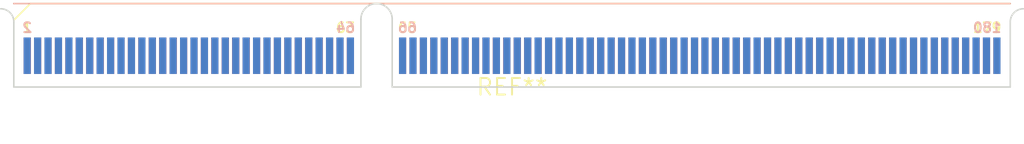
<source format=kicad_pcb>
(kicad_pcb (version 20240108) (generator pcbnew)
  (layers (0 "F.Cu" signal) (31 "B.Cu" signal) (34 "B.Paste" user) (35 "F.Paste" user) (36 "B.SilkS" user "B.Silkscreen") (37 "F.SilkS" user "F.Silkscreen") (38 "B.Mask" user) (39 "F.Mask" user) (44 "Edge.Cuts" user))
  (net 0 "")
  (footprint "Samtec_HSEC8-190-X-X-DV_2x90_P0.8mm_Wing_Edge" (layer "F.Cu") (at 0 0)
    (property "Reference" "REF**")
    (property "Value" "Samtec_HSEC8-190-X-X-DV_2x90_P0.8mm_Wing_Edge")
    (fp_line (start -38.225 -6.4) (end -38.225 -6.4) (layer "B.SilkS") (stroke (width 0.12)))
    (fp_line (start -38.225 -6.4) (end 38.225 -6.4) (layer "B.SilkS") (stroke (width 0.12)))
    (fp_line (start -38.225 -5.13) (end -36.955 -6.4) (layer "F.SilkS") (stroke (width 0.12)))
    (fp_line (start -36.955 -6.4) (end 38.225 -6.4) (layer "F.SilkS") (stroke (width 0.12)))
    (fp_line (start -38.225 -5) (end -38.225 0) (layer "Edge.Cuts") (stroke (width 0.12)))
    (fp_line (start -38.225 0) (end -11.595 0) (layer "Edge.Cuts") (stroke (width 0.12)))
    (fp_line (start -11.595 0) (end -11.595 -5.2) (layer "Edge.Cuts") (stroke (width 0.12)))
    (fp_line (start -9.195 -5.2) (end -9.195 0) (layer "Edge.Cuts") (stroke (width 0.12)))
    (fp_line (start -9.195 0) (end 38.225 0) (layer "Edge.Cuts") (stroke (width 0.12)))
    (fp_line (start 38.225 0) (end 38.225 -5) (layer "Edge.Cuts") (stroke (width 0.12)))
    (fp_arc (start -39.225 -6) (mid -38.517893 -5.707107) (end -38.225 -5) (layer "Edge.Cuts") (stroke (width 0.12)))
    (fp_arc (start -11.595 -5.2) (mid -10.395 -6.4) (end -9.195 -5.2) (layer "Edge.Cuts") (stroke (width 0.12)))
    (fp_arc (start 38.225 -5) (mid 38.517893 -5.707107) (end 39.225 -6) (layer "Edge.Cuts") (stroke (width 0.12)))
    (fp_text user "64" (at -12.775 -4.55 0) (layer "B.SilkS") (effects (font (size 0.75 0.75)) (justify mirror)))
    (fp_text user "180" (at 36.45 -4.55 0) (layer "B.SilkS") (effects (font (size 0.75 0.75)) (justify mirror)))
    (fp_text user "2" (at -37.2 -4.55 0) (layer "B.SilkS") (effects (font (size 0.75 0.75)) (justify mirror)))
    (fp_text user "66" (at -8.025 -4.55 0) (layer "B.SilkS") (effects (font (size 0.75 0.75)) (justify mirror)))
    (fp_text user "179" (at 36.45 -4.55 0) (layer "F.SilkS") (effects (font (size 0.75 0.75))))
    (fp_text user "1" (at -37.2 -4.55 0) (layer "F.SilkS") (effects (font (size 0.75 0.75))))
    (fp_text user "65" (at -8.025 -4.55 0) (layer "F.SilkS") (effects (font (size 0.75 0.75))))
    (fp_text user "63" (at -12.775 -4.55 0) (layer "F.SilkS") (effects (font (size 0.75 0.75))))
    (pad "1" connect rect (at -37.2 -2.4) (size 0.55 2.8) (layers "F.Cu" "F.Mask"))
    (pad "2" connect rect (at -37.2 -2.4) (size 0.55 2.8) (layers "B.Cu" "B.Mask"))
    (pad "3" connect rect (at -36.4 -2.4) (size 0.55 2.8) (layers "F.Cu" "F.Mask"))
    (pad "4" connect rect (at -36.4 -2.4) (size 0.55 2.8) (layers "B.Cu" "B.Mask"))
    (pad "5" connect rect (at -35.6 -2.4) (size 0.55 2.8) (layers "F.Cu" "F.Mask"))
    (pad "6" connect rect (at -35.6 -2.4) (size 0.55 2.8) (layers "B.Cu" "B.Mask"))
    (pad "7" connect rect (at -34.8 -2.4) (size 0.55 2.8) (layers "F.Cu" "F.Mask"))
    (pad "8" connect rect (at -34.8 -2.4) (size 0.55 2.8) (layers "B.Cu" "B.Mask"))
    (pad "9" connect rect (at -34 -2.4) (size 0.55 2.8) (layers "F.Cu" "F.Mask"))
    (pad "10" connect rect (at -34 -2.4) (size 0.55 2.8) (layers "B.Cu" "B.Mask"))
    (pad "11" connect rect (at -33.2 -2.4) (size 0.55 2.8) (layers "F.Cu" "F.Mask"))
    (pad "12" connect rect (at -33.2 -2.4) (size 0.55 2.8) (layers "B.Cu" "B.Mask"))
    (pad "13" connect rect (at -32.4 -2.4) (size 0.55 2.8) (layers "F.Cu" "F.Mask"))
    (pad "14" connect rect (at -32.4 -2.4) (size 0.55 2.8) (layers "B.Cu" "B.Mask"))
    (pad "15" connect rect (at -31.6 -2.4) (size 0.55 2.8) (layers "F.Cu" "F.Mask"))
    (pad "16" connect rect (at -31.6 -2.4) (size 0.55 2.8) (layers "B.Cu" "B.Mask"))
    (pad "17" connect rect (at -30.8 -2.4) (size 0.55 2.8) (layers "F.Cu" "F.Mask"))
    (pad "18" connect rect (at -30.8 -2.4) (size 0.55 2.8) (layers "B.Cu" "B.Mask"))
    (pad "19" connect rect (at -30 -2.4) (size 0.55 2.8) (layers "F.Cu" "F.Mask"))
    (pad "20" connect rect (at -30 -2.4) (size 0.55 2.8) (layers "B.Cu" "B.Mask"))
    (pad "21" connect rect (at -29.2 -2.4) (size 0.55 2.8) (layers "F.Cu" "F.Mask"))
    (pad "22" connect rect (at -29.2 -2.4) (size 0.55 2.8) (layers "B.Cu" "B.Mask"))
    (pad "23" connect rect (at -28.4 -2.4) (size 0.55 2.8) (layers "F.Cu" "F.Mask"))
    (pad "24" connect rect (at -28.4 -2.4) (size 0.55 2.8) (layers "B.Cu" "B.Mask"))
    (pad "25" connect rect (at -27.6 -2.4) (size 0.55 2.8) (layers "F.Cu" "F.Mask"))
    (pad "26" connect rect (at -27.6 -2.4) (size 0.55 2.8) (layers "B.Cu" "B.Mask"))
    (pad "27" connect rect (at -26.8 -2.4) (size 0.55 2.8) (layers "F.Cu" "F.Mask"))
    (pad "28" connect rect (at -26.8 -2.4) (size 0.55 2.8) (layers "B.Cu" "B.Mask"))
    (pad "29" connect rect (at -26 -2.4) (size 0.55 2.8) (layers "F.Cu" "F.Mask"))
    (pad "30" connect rect (at -26 -2.4) (size 0.55 2.8) (layers "B.Cu" "B.Mask"))
    (pad "31" connect rect (at -25.2 -2.4) (size 0.55 2.8) (layers "F.Cu" "F.Mask"))
    (pad "32" connect rect (at -25.2 -2.4) (size 0.55 2.8) (layers "B.Cu" "B.Mask"))
    (pad "33" connect rect (at -24.4 -2.4) (size 0.55 2.8) (layers "F.Cu" "F.Mask"))
    (pad "34" connect rect (at -24.4 -2.4) (size 0.55 2.8) (layers "B.Cu" "B.Mask"))
    (pad "35" connect rect (at -23.6 -2.4) (size 0.55 2.8) (layers "F.Cu" "F.Mask"))
    (pad "36" connect rect (at -23.6 -2.4) (size 0.55 2.8) (layers "B.Cu" "B.Mask"))
    (pad "37" connect rect (at -22.8 -2.4) (size 0.55 2.8) (layers "F.Cu" "F.Mask"))
    (pad "38" connect rect (at -22.8 -2.4) (size 0.55 2.8) (layers "B.Cu" "B.Mask"))
    (pad "39" connect rect (at -22 -2.4) (size 0.55 2.8) (layers "F.Cu" "F.Mask"))
    (pad "40" connect rect (at -22 -2.4) (size 0.55 2.8) (layers "B.Cu" "B.Mask"))
    (pad "41" connect rect (at -21.2 -2.4) (size 0.55 2.8) (layers "F.Cu" "F.Mask"))
    (pad "42" connect rect (at -21.2 -2.4) (size 0.55 2.8) (layers "B.Cu" "B.Mask"))
    (pad "43" connect rect (at -20.4 -2.4) (size 0.55 2.8) (layers "F.Cu" "F.Mask"))
    (pad "44" connect rect (at -20.4 -2.4) (size 0.55 2.8) (layers "B.Cu" "B.Mask"))
    (pad "45" connect rect (at -19.6 -2.4) (size 0.55 2.8) (layers "F.Cu" "F.Mask"))
    (pad "46" connect rect (at -19.6 -2.4) (size 0.55 2.8) (layers "B.Cu" "B.Mask"))
    (pad "47" connect rect (at -18.8 -2.4) (size 0.55 2.8) (layers "F.Cu" "F.Mask"))
    (pad "48" connect rect (at -18.8 -2.4) (size 0.55 2.8) (layers "B.Cu" "B.Mask"))
    (pad "49" connect rect (at -18 -2.4) (size 0.55 2.8) (layers "F.Cu" "F.Mask"))
    (pad "50" connect rect (at -18 -2.4) (size 0.55 2.8) (layers "B.Cu" "B.Mask"))
    (pad "51" connect rect (at -17.2 -2.4) (size 0.55 2.8) (layers "F.Cu" "F.Mask"))
    (pad "52" connect rect (at -17.2 -2.4) (size 0.55 2.8) (layers "B.Cu" "B.Mask"))
    (pad "53" connect rect (at -16.4 -2.4) (size 0.55 2.8) (layers "F.Cu" "F.Mask"))
    (pad "54" connect rect (at -16.4 -2.4) (size 0.55 2.8) (layers "B.Cu" "B.Mask"))
    (pad "55" connect rect (at -15.6 -2.4) (size 0.55 2.8) (layers "F.Cu" "F.Mask"))
    (pad "56" connect rect (at -15.6 -2.4) (size 0.55 2.8) (layers "B.Cu" "B.Mask"))
    (pad "57" connect rect (at -14.8 -2.4) (size 0.55 2.8) (layers "F.Cu" "F.Mask"))
    (pad "58" connect rect (at -14.8 -2.4) (size 0.55 2.8) (layers "B.Cu" "B.Mask"))
    (pad "59" connect rect (at -14 -2.4) (size 0.55 2.8) (layers "F.Cu" "F.Mask"))
    (pad "60" connect rect (at -14 -2.4) (size 0.55 2.8) (layers "B.Cu" "B.Mask"))
    (pad "61" connect rect (at -13.2 -2.4) (size 0.55 2.8) (layers "F.Cu" "F.Mask"))
    (pad "62" connect rect (at -13.2 -2.4) (size 0.55 2.8) (layers "B.Cu" "B.Mask"))
    (pad "63" connect rect (at -12.4 -2.4) (size 0.55 2.8) (layers "F.Cu" "F.Mask"))
    (pad "64" connect rect (at -12.4 -2.4) (size 0.55 2.8) (layers "B.Cu" "B.Mask"))
    (pad "65" connect rect (at -8.4 -2.4) (size 0.55 2.8) (layers "F.Cu" "F.Mask"))
    (pad "66" connect rect (at -8.4 -2.4) (size 0.55 2.8) (layers "B.Cu" "B.Mask"))
    (pad "67" connect rect (at -7.6 -2.4) (size 0.55 2.8) (layers "F.Cu" "F.Mask"))
    (pad "68" connect rect (at -7.6 -2.4) (size 0.55 2.8) (layers "B.Cu" "B.Mask"))
    (pad "69" connect rect (at -6.8 -2.4) (size 0.55 2.8) (layers "F.Cu" "F.Mask"))
    (pad "70" connect rect (at -6.8 -2.4) (size 0.55 2.8) (layers "B.Cu" "B.Mask"))
    (pad "71" connect rect (at -6 -2.4) (size 0.55 2.8) (layers "F.Cu" "F.Mask"))
    (pad "72" connect rect (at -6 -2.4) (size 0.55 2.8) (layers "B.Cu" "B.Mask"))
    (pad "73" connect rect (at -5.2 -2.4) (size 0.55 2.8) (layers "F.Cu" "F.Mask"))
    (pad "74" connect rect (at -5.2 -2.4) (size 0.55 2.8) (layers "B.Cu" "B.Mask"))
    (pad "75" connect rect (at -4.4 -2.4) (size 0.55 2.8) (layers "F.Cu" "F.Mask"))
    (pad "76" connect rect (at -4.4 -2.4) (size 0.55 2.8) (layers "B.Cu" "B.Mask"))
    (pad "77" connect rect (at -3.6 -2.4) (size 0.55 2.8) (layers "F.Cu" "F.Mask"))
    (pad "78" connect rect (at -3.6 -2.4) (size 0.55 2.8) (layers "B.Cu" "B.Mask"))
    (pad "79" connect rect (at -2.8 -2.4) (size 0.55 2.8) (layers "F.Cu" "F.Mask"))
    (pad "80" connect rect (at -2.8 -2.4) (size 0.55 2.8) (layers "B.Cu" "B.Mask"))
    (pad "81" connect rect (at -2 -2.4) (size 0.55 2.8) (layers "F.Cu" "F.Mask"))
    (pad "82" connect rect (at -2 -2.4) (size 0.55 2.8) (layers "B.Cu" "B.Mask"))
    (pad "83" connect rect (at -1.2 -2.4) (size 0.55 2.8) (layers "F.Cu" "F.Mask"))
    (pad "84" connect rect (at -1.2 -2.4) (size 0.55 2.8) (layers "B.Cu" "B.Mask"))
    (pad "85" connect rect (at -0.4 -2.4) (size 0.55 2.8) (layers "F.Cu" "F.Mask"))
    (pad "86" connect rect (at -0.4 -2.4) (size 0.55 2.8) (layers "B.Cu" "B.Mask"))
    (pad "87" connect rect (at 0.4 -2.4) (size 0.55 2.8) (layers "F.Cu" "F.Mask"))
    (pad "88" connect rect (at 0.4 -2.4) (size 0.55 2.8) (layers "B.Cu" "B.Mask"))
    (pad "89" connect rect (at 1.2 -2.4) (size 0.55 2.8) (layers "F.Cu" "F.Mask"))
    (pad "90" connect rect (at 1.2 -2.4) (size 0.55 2.8) (layers "B.Cu" "B.Mask"))
    (pad "91" connect rect (at 2 -2.4) (size 0.55 2.8) (layers "F.Cu" "F.Mask"))
    (pad "92" connect rect (at 2 -2.4) (size 0.55 2.8) (layers "B.Cu" "B.Mask"))
    (pad "93" connect rect (at 2.8 -2.4) (size 0.55 2.8) (layers "F.Cu" "F.Mask"))
    (pad "94" connect rect (at 2.8 -2.4) (size 0.55 2.8) (layers "B.Cu" "B.Mask"))
    (pad "95" connect rect (at 3.6 -2.4) (size 0.55 2.8) (layers "F.Cu" "F.Mask"))
    (pad "96" connect rect (at 3.6 -2.4) (size 0.55 2.8) (layers "B.Cu" "B.Mask"))
    (pad "97" connect rect (at 4.4 -2.4) (size 0.55 2.8) (layers "F.Cu" "F.Mask"))
    (pad "98" connect rect (at 4.4 -2.4) (size 0.55 2.8) (layers "B.Cu" "B.Mask"))
    (pad "99" connect rect (at 5.2 -2.4) (size 0.55 2.8) (layers "F.Cu" "F.Mask"))
    (pad "100" connect rect (at 5.2 -2.4) (size 0.55 2.8) (layers "B.Cu" "B.Mask"))
    (pad "101" connect rect (at 6 -2.4) (size 0.55 2.8) (layers "F.Cu" "F.Mask"))
    (pad "102" connect rect (at 6 -2.4) (size 0.55 2.8) (layers "B.Cu" "B.Mask"))
    (pad "103" connect rect (at 6.8 -2.4) (size 0.55 2.8) (layers "F.Cu" "F.Mask"))
    (pad "104" connect rect (at 6.8 -2.4) (size 0.55 2.8) (layers "B.Cu" "B.Mask"))
    (pad "105" connect rect (at 7.6 -2.4) (size 0.55 2.8) (layers "F.Cu" "F.Mask"))
    (pad "106" connect rect (at 7.6 -2.4) (size 0.55 2.8) (layers "B.Cu" "B.Mask"))
    (pad "107" connect rect (at 8.4 -2.4) (size 0.55 2.8) (layers "F.Cu" "F.Mask"))
    (pad "108" connect rect (at 8.4 -2.4) (size 0.55 2.8) (layers "B.Cu" "B.Mask"))
    (pad "109" connect rect (at 9.2 -2.4) (size 0.55 2.8) (layers "F.Cu" "F.Mask"))
    (pad "110" connect rect (at 9.2 -2.4) (size 0.55 2.8) (layers "B.Cu" "B.Mask"))
    (pad "111" connect rect (at 10 -2.4) (size 0.55 2.8) (layers "F.Cu" "F.Mask"))
    (pad "112" connect rect (at 10 -2.4) (size 0.55 2.8) (layers "B.Cu" "B.Mask"))
    (pad "113" connect rect (at 10.8 -2.4) (size 0.55 2.8) (layers "F.Cu" "F.Mask"))
    (pad "114" connect rect (at 10.8 -2.4) (size 0.55 2.8) (layers "B.Cu" "B.Mask"))
    (pad "115" connect rect (at 11.6 -2.4) (size 0.55 2.8) (layers "F.Cu" "F.Mask"))
    (pad "116" connect rect (at 11.6 -2.4) (size 0.55 2.8) (layers "B.Cu" "B.Mask"))
    (pad "117" connect rect (at 12.4 -2.4) (size 0.55 2.8) (layers "F.Cu" "F.Mask"))
    (pad "118" connect rect (at 12.4 -2.4) (size 0.55 2.8) (layers "B.Cu" "B.Mask"))
    (pad "119" connect rect (at 13.2 -2.4) (size 0.55 2.8) (layers "F.Cu" "F.Mask"))
    (pad "120" connect rect (at 13.2 -2.4) (size 0.55 2.8) (layers "B.Cu" "B.Mask"))
    (pad "121" connect rect (at 14 -2.4) (size 0.55 2.8) (layers "F.Cu" "F.Mask"))
    (pad "122" connect rect (at 14 -2.4) (size 0.55 2.8) (layers "B.Cu" "B.Mask"))
    (pad "123" connect rect (at 14.8 -2.4) (size 0.55 2.8) (layers "F.Cu" "F.Mask"))
    (pad "124" connect rect (at 14.8 -2.4) (size 0.55 2.8) (layers "B.Cu" "B.Mask"))
    (pad "125" connect rect (at 15.6 -2.4) (size 0.55 2.8) (layers "F.Cu" "F.Mask"))
    (pad "126" connect rect (at 15.6 -2.4) (size 0.55 2.8) (layers "B.Cu" "B.Mask"))
    (pad "127" connect rect (at 16.4 -2.4) (size 0.55 2.8) (layers "F.Cu" "F.Mask"))
    (pad "128" connect rect (at 16.4 -2.4) (size 0.55 2.8) (layers "B.Cu" "B.Mask"))
    (pad "129" connect rect (at 17.2 -2.4) (size 0.55 2.8) (layers "F.Cu" "F.Mask"))
    (pad "130" connect rect (at 17.2 -2.4) (size 0.55 2.8) (layers "B.Cu" "B.Mask"))
    (pad "131" connect rect (at 18 -2.4) (size 0.55 2.8) (layers "F.Cu" "F.Mask"))
    (pad "132" connect rect (at 18 -2.4) (size 0.55 2.8) (layers "B.Cu" "B.Mask"))
    (pad "133" connect rect (at 18.8 -2.4) (size 0.55 2.8) (layers "F.Cu" "F.Mask"))
    (pad "134" connect rect (at 18.8 -2.4) (size 0.55 2.8) (layers "B.Cu" "B.Mask"))
    (pad "135" connect rect (at 19.6 -2.4) (size 0.55 2.8) (layers "F.Cu" "F.Mask"))
    (pad "136" connect rect (at 19.6 -2.4) (size 0.55 2.8) (layers "B.Cu" "B.Mask"))
    (pad "137" connect rect (at 20.4 -2.4) (size 0.55 2.8) (layers "F.Cu" "F.Mask"))
    (pad "138" connect rect (at 20.4 -2.4) (size 0.55 2.8) (layers "B.Cu" "B.Mask"))
    (pad "139" connect rect (at 21.2 -2.4) (size 0.55 2.8) (layers "F.Cu" "F.Mask"))
    (pad "140" connect rect (at 21.2 -2.4) (size 0.55 2.8) (layers "B.Cu" "B.Mask"))
    (pad "141" connect rect (at 22 -2.4) (size 0.55 2.8) (layers "F.Cu" "F.Mask"))
    (pad "142" connect rect (at 22 -2.4) (size 0.55 2.8) (layers "B.Cu" "B.Mask"))
    (pad "143" connect rect (at 22.8 -2.4) (size 0.55 2.8) (layers "F.Cu" "F.Mask"))
    (pad "144" connect rect (at 22.8 -2.4) (size 0.55 2.8) (layers "B.Cu" "B.Mask"))
    (pad "145" connect rect (at 23.6 -2.4) (size 0.55 2.8) (layers "F.Cu" "F.Mask"))
    (pad "146" connect rect (at 23.6 -2.4) (size 0.55 2.8) (layers "B.Cu" "B.Mask"))
    (pad "147" connect rect (at 24.4 -2.4) (size 0.55 2.8) (layers "F.Cu" "F.Mask"))
    (pad "148" connect rect (at 24.4 -2.4) (size 0.55 2.8) (layers "B.Cu" "B.Mask"))
    (pad "149" connect rect (at 25.2 -2.4) (size 0.55 2.8) (layers "F.Cu" "F.Mask"))
    (pad "150" connect rect (at 25.2 -2.4) (size 0.55 2.8) (layers "B.Cu" "B.Mask"))
    (pad "151" connect rect (at 26 -2.4) (size 0.55 2.8) (layers "F.Cu" "F.Mask"))
    (pad "152" connect rect (at 26 -2.4) (size 0.55 2.8) (layers "B.Cu" "B.Mask"))
    (pad "153" connect rect (at 26.8 -2.4) (size 0.55 2.8) (layers "F.Cu" "F.Mask"))
    (pad "154" connect rect (at 26.8 -2.4) (size 0.55 2.8) (layers "B.Cu" "B.Mask"))
    (pad "155" connect rect (at 27.6 -2.4) (size 0.55 2.8) (layers "F.Cu" "F.Mask"))
    (pad "156" connect rect (at 27.6 -2.4) (size 0.55 2.8) (layers "B.Cu" "B.Mask"))
    (pad "157" connect rect (at 28.4 -2.4) (size 0.55 2.8) (layers "F.Cu" "F.Mask"))
    (pad "158" connect rect (at 28.4 -2.4) (size 0.55 2.8) (layers "B.Cu" "B.Mask"))
    (pad "159" connect rect (at 29.2 -2.4) (size 0.55 2.8) (layers "F.Cu" "F.Mask"))
    (pad "160" connect rect (at 29.2 -2.4) (size 0.55 2.8) (layers "B.Cu" "B.Mask"))
    (pad "161" connect rect (at 30 -2.4) (size 0.55 2.8) (layers "F.Cu" "F.Mask"))
    (pad "162" connect rect (at 30 -2.4) (size 0.55 2.8) (layers "B.Cu" "B.Mask"))
    (pad "163" connect rect (at 30.8 -2.4) (size 0.55 2.8) (layers "F.Cu" "F.Mask"))
    (pad "164" connect rect (at 30.8 -2.4) (size 0.55 2.8) (layers "B.Cu" "B.Mask"))
    (pad "165" connect rect (at 31.6 -2.4) (size 0.55 2.8) (layers "F.Cu" "F.Mask"))
    (pad "166" connect rect (at 31.6 -2.4) (size 0.55 2.8) (layers "B.Cu" "B.Mask"))
    (pad "167" connect rect (at 32.4 -2.4) (size 0.55 2.8) (layers "F.Cu" "F.Mask"))
    (pad "168" connect rect (at 32.4 -2.4) (size 0.55 2.8) (layers "B.Cu" "B.Mask"))
    (pad "169" connect rect (at 33.2 -2.4) (size 0.55 2.8) (layers "F.Cu" "F.Mask"))
    (pad "170" connect rect (at 33.2 -2.4) (size 0.55 2.8) (layers "B.Cu" "B.Mask"))
    (pad "171" connect rect (at 34 -2.4) (size 0.55 2.8) (layers "F.Cu" "F.Mask"))
    (pad "172" connect rect (at 34 -2.4) (size 0.55 2.8) (layers "B.Cu" "B.Mask"))
    (pad "173" connect rect (at 34.8 -2.4) (size 0.55 2.8) (layers "F.Cu" "F.Mask"))
    (pad "174" connect rect (at 34.8 -2.4) (size 0.55 2.8) (layers "B.Cu" "B.Mask"))
    (pad "175" connect rect (at 35.6 -2.4) (size 0.55 2.8) (layers "F.Cu" "F.Mask"))
    (pad "176" connect rect (at 35.6 -2.4) (size 0.55 2.8) (layers "B.Cu" "B.Mask"))
    (pad "177" connect rect (at 36.4 -2.4) (size 0.55 2.8) (layers "F.Cu" "F.Mask"))
    (pad "178" connect rect (at 36.4 -2.4) (size 0.55 2.8) (layers "B.Cu" "B.Mask"))
    (pad "179" connect rect (at 37.2 -2.4) (size 0.55 2.8) (layers "F.Cu" "F.Mask"))
    (pad "180" connect rect (at 37.2 -2.4) (size 0.55 2.8) (layers "B.Cu" "B.Mask"))
  )
)
</source>
